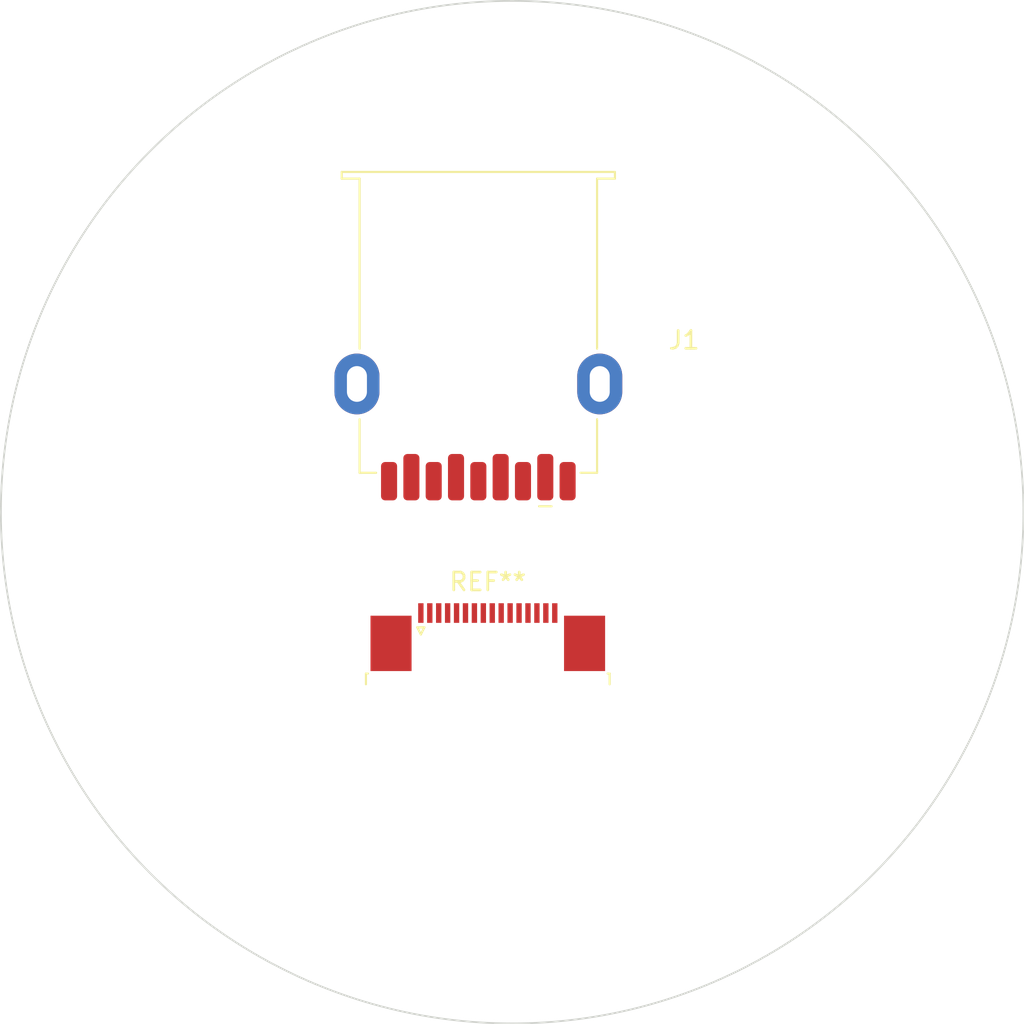
<source format=kicad_pcb>
(kicad_pcb (version 20221018) (generator pcbnew)
  (title_block (title "KiCAD") (date "2024-01-24") (rev "0"))
  (layers (0 "F.Cu" signal) (31 "B.Cu" signal) (34 "B.Paste" user) (35 "F.Paste" user) (36 "B.SilkS" user "B.Silkscreen") (37 "F.SilkS" user "F.Silkscreen") (38 "B.Mask" user) (39 "F.Mask" user) (44 "Edge.Cuts" user))
  (net 0 "")
  (net 1 "Net-(J1-VBUS)")
  (net 2 "Net-(J1-D-)")
  (net 3 "Net-(J1-D+)")
  (net 4 "Net-(J1-GND)")
  (net 5 "Net-(J1-SSRX-)")
  (net 6 "Net-(J1-SSRX+)")
  (net 8 "Net-(J1-SSTX-)")
  (net 9 "Net-(J1-SSTX+)")
  (footprint "Connector_USB:USB3_A_Receptacle_Wuerth_692122030100" (layer "F.Cu") (at 110.47 57.37 180)
    (fp_text reference "J1" (at -11.5246 -0.9972) (layer "F.SilkS"))
    (fp_text value "USB3_A")
    (fp_line (start -7.65 8.05) (end -6.65 8.05) (stroke (width 0.12)) (layer "F.SilkS"))
    (fp_line (start -7.65 8.425) (end -7.65 8.05) (stroke (width 0.12)) (layer "F.SilkS"))
    (fp_line (start -7.65 8.425) (end 7.65 8.425) (stroke (width 0.12)) (layer "F.SilkS"))
    (fp_line (start -6.65 -8.425) (end -6.65 -5.425) (stroke (width 0.12)) (layer "F.SilkS"))
    (fp_line (start -6.65 8.05) (end -6.65 -1.475) (stroke (width 0.12)) (layer "F.SilkS"))
    (fp_line (start -5.725 -8.425) (end -6.65 -8.425) (stroke (width 0.12)) (layer "F.SilkS"))
    (fp_line (start -3.4 -10.3) (end -4.1 -10.3) (stroke (width 0.12)) (layer "F.SilkS"))
    (fp_line (start 5.725 -8.425) (end 6.65 -8.425) (stroke (width 0.12)) (layer "F.SilkS"))
    (fp_line (start 6.65 -8.425) (end 6.65 -5.425) (stroke (width 0.12)) (layer "F.SilkS"))
    (fp_line (start 6.65 8.05) (end 6.65 -1.475) (stroke (width 0.12)) (layer "F.SilkS"))
    (fp_line (start 7.65 8.05) (end 6.65 8.05) (stroke (width 0.12)) (layer "F.SilkS"))
    (fp_line (start 7.65 8.425) (end 7.65 8.05) (stroke (width 0.12)) (layer "F.SilkS"))
    (pad "" np_thru_hole circle (at -3.4 -3.45 180) (size 2 2) (drill 2) (layers "F&B.Cu" "*.Mask"))
    (pad "" np_thru_hole circle (at 3.4 -3.45 180) (size 2 2) (drill 2) (layers "F&B.Cu" "*.Mask"))
    (pad "1" smd roundrect (at -3.75 -8.67 180) (size 0.9 2.6) (layers "F.Cu" "F.Paste" "F.Mask") (net 1 "Net-(J1-VBUS)"))
    (pad "2" smd roundrect (at -1.25 -8.67 180) (size 0.9 2.6) (layers "F.Cu" "F.Paste" "F.Mask") (net 2 "Net-(J1-D-)"))
    (pad "3" smd roundrect (at 1.25 -8.67 180) (size 0.9 2.6) (layers "F.Cu" "F.Paste" "F.Mask") (net 3 "Net-(J1-D+)"))
    (pad "4" smd roundrect (at 3.75 -8.67 180) (size 0.9 2.6) (layers "F.Cu" "F.Paste" "F.Mask") (net 4 "Net-(J1-GND)"))
    (pad "5" smd roundrect (at 5 -8.895 180) (size 0.9 2.15) (layers "F.Cu" "F.Paste" "F.Mask") (net 5 "Net-(J1-SSRX-)"))
    (pad "6" smd roundrect (at 2.5 -8.895 180) (size 0.9 2.15) (layers "F.Cu" "F.Paste" "F.Mask") (net 6 "Net-(J1-SSRX+)"))
    (pad "7" smd roundrect (at 0 -8.895 180) (size 0.9 2.15) (layers "F.Cu" "F.Paste" "F.Mask"))
    (pad "8" smd roundrect (at -2.5 -8.895 180) (size 0.9 2.15) (layers "F.Cu" "F.Paste" "F.Mask") (net 8 "Net-(J1-SSTX-)"))
    (pad "9" smd roundrect (at -5 -8.895 180) (size 0.9 2.15) (layers "F.Cu" "F.Paste" "F.Mask") (net 9 "Net-(J1-SSTX+)"))
    (pad "10" thru_hole oval (at -6.8 -3.45 180) (size 2.52 3.4) (drill oval 1.12 2) (layers "*.Cu" "*.Mask"))
    (pad "10" thru_hole oval (at 6.8 -3.45 180) (size 2.52 3.4) (drill oval 1.12 2) (layers "*.Cu" "*.Mask"))
  )
  (footprint "Connector_FFC-FPC:TE_1-1734839-6_1x16-1MP_P0.5mm_Horizontal" (layer "F.Cu") (at 111 75)
    (fp_text reference "REF**" (at 0 -3.1) (layer "F.SilkS"))
    (fp_text value "PCB Edge")
    (fp_line (start -6.825 2.04) (end -6.825 2.64) (stroke (width 0.12)) (layer "F.SilkS"))
    (fp_line (start -6.715 2.04) (end -6.825 2.04) (stroke (width 0.12)) (layer "F.SilkS"))
    (fp_line (start -3.95 -0.55) (end -3.75 -0.15) (stroke (width 0.12)) (layer "F.SilkS"))
    (fp_line (start -3.75 -0.15) (end -3.55 -0.55) (stroke (width 0.12)) (layer "F.SilkS"))
    (fp_line (start -3.55 -0.55) (end -3.95 -0.55) (stroke (width 0.12)) (layer "F.SilkS"))
    (fp_line (start 6.715 2.04) (end 6.825 2.04) (stroke (width 0.12)) (layer "F.SilkS"))
    (fp_line (start 6.825 2.04) (end 6.825 2.64) (stroke (width 0.12)) (layer "F.SilkS"))
    (pad "1" smd rect (at -3.75 -1.35) (size 0.3 1.1) (layers "F.Cu" "F.Paste" "F.Mask"))
    (pad "2" smd rect (at -3.25 -1.35) (size 0.3 1.1) (layers "F.Cu" "F.Paste" "F.Mask"))
    (pad "3" smd rect (at -2.75 -1.35) (size 0.3 1.1) (layers "F.Cu" "F.Paste" "F.Mask"))
    (pad "4" smd rect (at -2.25 -1.35) (size 0.3 1.1) (layers "F.Cu" "F.Paste" "F.Mask"))
    (pad "5" smd rect (at -1.75 -1.35) (size 0.3 1.1) (layers "F.Cu" "F.Paste" "F.Mask"))
    (pad "6" smd rect (at -1.25 -1.35) (size 0.3 1.1) (layers "F.Cu" "F.Paste" "F.Mask"))
    (pad "7" smd rect (at -0.75 -1.35) (size 0.3 1.1) (layers "F.Cu" "F.Paste" "F.Mask"))
    (pad "8" smd rect (at -0.25 -1.35) (size 0.3 1.1) (layers "F.Cu" "F.Paste" "F.Mask"))
    (pad "9" smd rect (at 0.25 -1.35) (size 0.3 1.1) (layers "F.Cu" "F.Paste" "F.Mask"))
    (pad "10" smd rect (at 0.75 -1.35) (size 0.3 1.1) (layers "F.Cu" "F.Paste" "F.Mask"))
    (pad "11" smd rect (at 1.25 -1.35) (size 0.3 1.1) (layers "F.Cu" "F.Paste" "F.Mask"))
    (pad "12" smd rect (at 1.75 -1.35) (size 0.3 1.1) (layers "F.Cu" "F.Paste" "F.Mask"))
    (pad "13" smd rect (at 2.25 -1.35) (size 0.3 1.1) (layers "F.Cu" "F.Paste" "F.Mask"))
    (pad "14" smd rect (at 2.75 -1.35) (size 0.3 1.1) (layers "F.Cu" "F.Paste" "F.Mask"))
    (pad "15" smd rect (at 3.25 -1.35) (size 0.3 1.1) (layers "F.Cu" "F.Paste" "F.Mask"))
    (pad "16" smd rect (at 3.75 -1.35) (size 0.3 1.1) (layers "F.Cu" "F.Paste" "F.Mask"))
    (pad "MP" smd rect (at -5.42 0.35) (size 2.3 3.1) (layers "F.Cu" "F.Paste" "F.Mask"))
    (pad "MP" smd rect (at 5.42 0.35) (size 2.3 3.1) (layers "F.Cu" "F.Paste" "F.Mask"))
  )
  (gr_circle (center 112.364358 68) (end 100.364358 42) (stroke (width 0.1)) (fill none) (layer "Edge.Cuts"))
)
</source>
